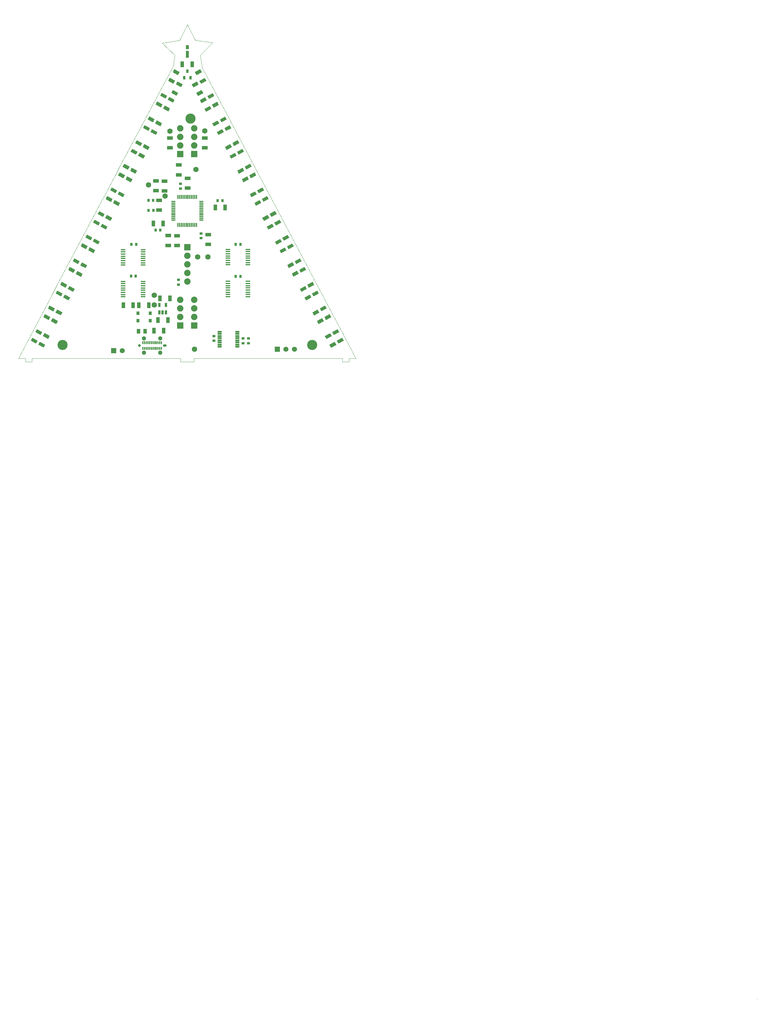
<source format=gts>
%TF.GenerationSoftware,KiCad,Pcbnew,(5.1.6-0-10_14)*%
%TF.CreationDate,2020-10-09T22:40:52+02:00*%
%TF.ProjectId,nowae029,6e6f7761-6530-4323-992e-6b696361645f,0*%
%TF.SameCoordinates,Original*%
%TF.FileFunction,Soldermask,Top*%
%TF.FilePolarity,Negative*%
%FSLAX46Y46*%
G04 Gerber Fmt 4.6, Leading zero omitted, Abs format (unit mm)*
G04 Created by KiCad (PCBNEW (5.1.6-0-10_14)) date 2020-10-09 22:40:52*
%MOMM*%
%LPD*%
G01*
G04 APERTURE LIST*
%TA.AperFunction,Profile*%
%ADD10C,0.050000*%
%TD*%
%TA.AperFunction,Profile*%
%ADD11C,0.200000*%
%TD*%
%ADD12C,3.000000*%
%ADD13C,0.100000*%
%ADD14R,1.250000X0.400000*%
%ADD15R,0.400000X1.250000*%
%ADD16R,0.700000X0.900000*%
%ADD17R,1.000000X1.800000*%
%ADD18R,1.800000X1.000000*%
%ADD19R,0.900000X0.700000*%
%ADD20R,0.900000X1.100000*%
%ADD21R,1.000000X1.400000*%
%ADD22R,0.400000X0.950000*%
%ADD23C,1.300000*%
%ADD24C,0.800000*%
%ADD25O,1.100000X0.700000*%
%ADD26R,1.350000X0.450000*%
%ADD27R,0.750000X1.160000*%
%ADD28R,1.300000X0.500000*%
%ADD29C,1.900000*%
%ADD30R,1.900000X1.900000*%
%ADD31C,1.500000*%
%ADD32R,1.500000X1.500000*%
%ADD33R,0.900000X1.300000*%
%ADD34R,0.900000X2.100000*%
%ADD35R,0.700000X1.100000*%
%ADD36C,1.600000*%
G04 APERTURE END LIST*
D10*
X95849877Y-42393418D02*
X96326817Y-39221785D01*
X107560690Y-35486081D02*
X103832837Y-39170169D01*
X102368975Y-34768100D02*
X107560690Y-35486081D01*
X96326817Y-39221785D02*
X92548651Y-35589313D01*
X92548651Y-35589313D02*
X97730000Y-34800000D01*
X95849877Y-42393418D02*
X94417635Y-45086053D01*
X94417635Y-45086053D02*
X92985389Y-47778769D01*
X92985389Y-47778769D02*
X91553138Y-50471647D01*
X91553138Y-50471647D02*
X90120876Y-53164768D01*
X90120876Y-53164768D02*
X88688601Y-55858214D01*
X88688601Y-55858214D02*
X87256309Y-58552065D01*
X87256309Y-58552065D02*
X85823997Y-61246402D01*
X85823997Y-61246402D02*
X84391662Y-63941307D01*
X84391662Y-63941307D02*
X82959301Y-66636860D01*
X82959301Y-66636860D02*
X81526909Y-69333143D01*
X81526909Y-69333143D02*
X80094484Y-72030236D01*
X80094484Y-72030236D02*
X78662023Y-74728221D01*
X78662023Y-74728221D02*
X77229522Y-77427179D01*
X77229522Y-77427179D02*
X75796977Y-80127190D01*
X75796977Y-80127190D02*
X74364387Y-82828336D01*
X74364387Y-82828336D02*
X72931746Y-85530699D01*
X72931746Y-85530699D02*
X71499052Y-88234358D01*
X71499052Y-88234358D02*
X70066301Y-90939395D01*
X70066301Y-90939395D02*
X68633491Y-93645891D01*
X68633491Y-93645891D02*
X67200617Y-96353928D01*
X67200617Y-96353928D02*
X65767678Y-99063585D01*
X65767678Y-99063585D02*
X64334668Y-101774945D01*
X64334668Y-101774945D02*
X62901585Y-104488088D01*
X62901585Y-104488088D02*
X61468426Y-107203095D01*
X61468426Y-107203095D02*
X60035186Y-109920048D01*
X60035186Y-109920048D02*
X58601864Y-112639028D01*
X58601864Y-112639028D02*
X57168456Y-115360115D01*
X57168456Y-115360115D02*
X55734957Y-118083390D01*
X55734957Y-118083390D02*
X54301366Y-120808935D01*
X54301366Y-120808935D02*
X52867678Y-123536831D01*
X52867678Y-123536831D02*
X51433890Y-126267159D01*
X51433890Y-126267159D02*
X50000000Y-129000000D01*
X103832837Y-39170169D02*
X104449243Y-42890699D01*
X100017169Y-30084255D02*
X102368975Y-34768100D01*
X104449243Y-42890699D02*
X150000000Y-129000000D01*
X97730000Y-34800000D02*
X100017169Y-30084255D01*
X148000000Y-129000000D02*
X150000000Y-129000000D01*
X148000000Y-130000000D02*
X148000000Y-129000000D01*
X146000000Y-130000000D02*
X148000000Y-130000000D01*
X146000000Y-129000000D02*
X146000000Y-130000000D01*
X102000000Y-129000000D02*
X146000000Y-129000000D01*
X102000000Y-130000000D02*
X102000000Y-129000000D01*
X98000000Y-130000000D02*
X102000000Y-130000000D01*
X98000000Y-129000000D02*
X98000000Y-130000000D01*
X54000000Y-129000000D02*
X98000000Y-129000000D01*
X54000000Y-130000000D02*
X54000000Y-129000000D01*
X52000000Y-130000000D02*
X54000000Y-130000000D01*
X52000000Y-129000000D02*
X52000000Y-130000000D01*
X50000000Y-129000000D02*
X52000000Y-129000000D01*
D11*
X268944859Y-318881889D02*
X268944859Y-318881889D01*
D12*
%TO.C,VAL\u002A\u002A*%
X101000000Y-58000000D03*
%TD*%
%TO.C,VAL\u002A\u002A*%
X63000000Y-125000000D03*
%TD*%
%TO.C,VAL\u002A\u002A*%
X137000000Y-125000000D03*
%TD*%
D13*
%TO.C,DL605*%
G36*
X87380083Y-59906002D02*
G01*
X88969389Y-60751051D01*
X88499917Y-61633998D01*
X86910611Y-60788949D01*
X87380083Y-59906002D01*
G37*
G36*
X88741551Y-57345454D02*
G01*
X90330857Y-58190503D01*
X89861385Y-59073450D01*
X88272079Y-58228401D01*
X88741551Y-57345454D01*
G37*
%TD*%
%TO.C,R313*%
G36*
X122239877Y-87400777D02*
G01*
X123829183Y-86555728D01*
X124298655Y-87438675D01*
X122709349Y-88283724D01*
X122239877Y-87400777D01*
G37*
G36*
X123601345Y-89961325D02*
G01*
X125190651Y-89116276D01*
X125660123Y-89999223D01*
X124070817Y-90844272D01*
X123601345Y-89961325D01*
G37*
%TD*%
D14*
%TO.C,U201*%
X95850000Y-82550000D03*
X95850000Y-83050000D03*
X95850000Y-83550000D03*
X95850000Y-84050000D03*
X95850000Y-84550000D03*
X95850000Y-85050000D03*
X95850000Y-85550000D03*
X95850000Y-86050000D03*
X95850000Y-86550000D03*
X95850000Y-87050000D03*
X95850000Y-87550000D03*
X95850000Y-88050000D03*
D15*
X97250000Y-89450000D03*
X97750000Y-89450000D03*
X98250000Y-89450000D03*
X98750000Y-89450000D03*
X99250000Y-89450000D03*
X99750000Y-89450000D03*
X100250000Y-89450000D03*
X100750000Y-89450000D03*
X101250000Y-89450000D03*
X101750000Y-89450000D03*
X102250000Y-89450000D03*
X102750000Y-89450000D03*
D14*
X104150000Y-88050000D03*
X104150000Y-87550000D03*
X104150000Y-87050000D03*
X104150000Y-86550000D03*
X104150000Y-86050000D03*
X104150000Y-85550000D03*
X104150000Y-85050000D03*
X104150000Y-84550000D03*
X104150000Y-84050000D03*
X104150000Y-83550000D03*
X104150000Y-83050000D03*
X104150000Y-82550000D03*
D15*
X102750000Y-81150000D03*
X102250000Y-81150000D03*
X101750000Y-81150000D03*
X101250000Y-81150000D03*
X100750000Y-81150000D03*
X100250000Y-81150000D03*
X99750000Y-81150000D03*
X99250000Y-81150000D03*
X98750000Y-81150000D03*
X98250000Y-81150000D03*
X97750000Y-81150000D03*
X97250000Y-81150000D03*
%TD*%
D16*
%TO.C,C201*%
X110450000Y-82300000D03*
X109050000Y-82300000D03*
%TD*%
%TO.C,C202*%
X89910000Y-82190000D03*
X88510000Y-82190000D03*
%TD*%
%TO.C,C203*%
X88530000Y-85120000D03*
X89930000Y-85120000D03*
%TD*%
D17*
%TO.C,C204*%
X111200000Y-84300000D03*
X108300000Y-84300000D03*
%TD*%
D16*
%TO.C,C205*%
X92030000Y-91030000D03*
X90630000Y-91030000D03*
%TD*%
D17*
%TO.C,C206*%
X89980000Y-89030000D03*
X92880000Y-89030000D03*
%TD*%
D18*
%TO.C,C207*%
X100120000Y-78550000D03*
X100120000Y-75650000D03*
%TD*%
D19*
%TO.C,C208*%
X98020000Y-77300000D03*
X98020000Y-78700000D03*
%TD*%
D18*
%TO.C,C209*%
X106200000Y-92350000D03*
X106200000Y-95250000D03*
%TD*%
D19*
%TO.C,C210*%
X104100000Y-93400000D03*
X104100000Y-92000000D03*
%TD*%
%TO.C,C211*%
X97430000Y-105760000D03*
X97430000Y-107160000D03*
%TD*%
D16*
%TO.C,C301*%
X115750000Y-95250000D03*
X114350000Y-95250000D03*
%TD*%
%TO.C,C302*%
X114350000Y-104750000D03*
X115750000Y-104750000D03*
%TD*%
D17*
%TO.C,C401*%
X91350000Y-117700000D03*
X94250000Y-117700000D03*
%TD*%
%TO.C,C402*%
X91950000Y-111200000D03*
X94850000Y-111200000D03*
%TD*%
%TO.C,C501*%
X93050000Y-120800000D03*
X90150000Y-120800000D03*
%TD*%
D19*
%TO.C,C502*%
X107930000Y-123790000D03*
X107930000Y-122390000D03*
%TD*%
%TO.C,C503*%
X116570000Y-124490000D03*
X116570000Y-123090000D03*
%TD*%
%TO.C,C504*%
X118170000Y-123090000D03*
X118170000Y-124490000D03*
%TD*%
D16*
%TO.C,C601*%
X83460000Y-95210000D03*
X84860000Y-95210000D03*
%TD*%
%TO.C,C602*%
X84730000Y-104620000D03*
X83330000Y-104620000D03*
%TD*%
D20*
%TO.C,D401*%
X85400000Y-117800000D03*
X89000000Y-117800000D03*
%TD*%
%TO.C,D402*%
X89000000Y-115600000D03*
X85400000Y-115600000D03*
%TD*%
D21*
%TO.C,D501*%
X85600000Y-121000000D03*
X87500000Y-121000000D03*
%TD*%
D13*
%TO.C,DL301*%
G36*
X103620611Y-46781051D02*
G01*
X105209917Y-45936002D01*
X105679389Y-46818949D01*
X104090083Y-47663998D01*
X103620611Y-46781051D01*
G37*
G36*
X102259143Y-44220503D02*
G01*
X103848449Y-43375454D01*
X104317921Y-44258401D01*
X102728615Y-45103450D01*
X102259143Y-44220503D01*
G37*
%TD*%
%TO.C,DL303*%
G36*
X107332079Y-53841599D02*
G01*
X108921385Y-52996550D01*
X109390857Y-53879497D01*
X107801551Y-54724546D01*
X107332079Y-53841599D01*
G37*
G36*
X105970611Y-51281051D02*
G01*
X107559917Y-50436002D01*
X108029389Y-51318949D01*
X106440083Y-52163998D01*
X105970611Y-51281051D01*
G37*
%TD*%
%TO.C,DL305*%
G36*
X111020611Y-60781051D02*
G01*
X112609917Y-59936002D01*
X113079389Y-60818949D01*
X111490083Y-61663998D01*
X111020611Y-60781051D01*
G37*
G36*
X109659143Y-58220503D02*
G01*
X111248449Y-57375454D01*
X111717921Y-58258401D01*
X110128615Y-59103450D01*
X109659143Y-58220503D01*
G37*
%TD*%
%TO.C,DL307*%
G36*
X114751345Y-67761325D02*
G01*
X116340651Y-66916276D01*
X116810123Y-67799223D01*
X115220817Y-68644272D01*
X114751345Y-67761325D01*
G37*
G36*
X113389877Y-65200777D02*
G01*
X114979183Y-64355728D01*
X115448655Y-65238675D01*
X113859349Y-66083724D01*
X113389877Y-65200777D01*
G37*
%TD*%
%TO.C,DL309*%
G36*
X118401345Y-74761325D02*
G01*
X119990651Y-73916276D01*
X120460123Y-74799223D01*
X118870817Y-75644272D01*
X118401345Y-74761325D01*
G37*
G36*
X117039877Y-72200777D02*
G01*
X118629183Y-71355728D01*
X119098655Y-72238675D01*
X117509349Y-73083724D01*
X117039877Y-72200777D01*
G37*
%TD*%
%TO.C,DL311*%
G36*
X122101345Y-81761325D02*
G01*
X123690651Y-80916276D01*
X124160123Y-81799223D01*
X122570817Y-82644272D01*
X122101345Y-81761325D01*
G37*
G36*
X120739877Y-79200777D02*
G01*
X122329183Y-78355728D01*
X122798655Y-79238675D01*
X121209349Y-80083724D01*
X120739877Y-79200777D01*
G37*
%TD*%
%TO.C,DL313*%
G36*
X125801345Y-88761325D02*
G01*
X127390651Y-87916276D01*
X127860123Y-88799223D01*
X126270817Y-89644272D01*
X125801345Y-88761325D01*
G37*
G36*
X124439877Y-86200777D02*
G01*
X126029183Y-85355728D01*
X126498655Y-86238675D01*
X124909349Y-87083724D01*
X124439877Y-86200777D01*
G37*
%TD*%
%TO.C,DL315*%
G36*
X129551345Y-95811325D02*
G01*
X131140651Y-94966276D01*
X131610123Y-95849223D01*
X130020817Y-96694272D01*
X129551345Y-95811325D01*
G37*
G36*
X128189877Y-93250777D02*
G01*
X129779183Y-92405728D01*
X130248655Y-93288675D01*
X128659349Y-94133724D01*
X128189877Y-93250777D01*
G37*
%TD*%
%TO.C,DL317*%
G36*
X133201345Y-102761325D02*
G01*
X134790651Y-101916276D01*
X135260123Y-102799223D01*
X133670817Y-103644272D01*
X133201345Y-102761325D01*
G37*
G36*
X131839877Y-100200777D02*
G01*
X133429183Y-99355728D01*
X133898655Y-100238675D01*
X132309349Y-101083724D01*
X131839877Y-100200777D01*
G37*
%TD*%
%TO.C,DL319*%
G36*
X136951345Y-109761325D02*
G01*
X138540651Y-108916276D01*
X139010123Y-109799223D01*
X137420817Y-110644272D01*
X136951345Y-109761325D01*
G37*
G36*
X135589877Y-107200777D02*
G01*
X137179183Y-106355728D01*
X137648655Y-107238675D01*
X136059349Y-108083724D01*
X135589877Y-107200777D01*
G37*
%TD*%
%TO.C,DL321*%
G36*
X140651345Y-116761325D02*
G01*
X142240651Y-115916276D01*
X142710123Y-116799223D01*
X141120817Y-117644272D01*
X140651345Y-116761325D01*
G37*
G36*
X139289877Y-114200777D02*
G01*
X140879183Y-113355728D01*
X141348655Y-114238675D01*
X139759349Y-115083724D01*
X139289877Y-114200777D01*
G37*
%TD*%
%TO.C,DL323*%
G36*
X144351345Y-123761325D02*
G01*
X145940651Y-122916276D01*
X146410123Y-123799223D01*
X144820817Y-124644272D01*
X144351345Y-123761325D01*
G37*
G36*
X142989877Y-121200777D02*
G01*
X144579183Y-120355728D01*
X145048655Y-121238675D01*
X143459349Y-122083724D01*
X142989877Y-121200777D01*
G37*
%TD*%
%TO.C,DL601*%
G36*
X94799349Y-45916276D02*
G01*
X96388655Y-46761325D01*
X95919183Y-47644272D01*
X94329877Y-46799223D01*
X94799349Y-45916276D01*
G37*
G36*
X96160817Y-43355728D02*
G01*
X97750123Y-44200777D01*
X97280651Y-45083724D01*
X95691345Y-44238675D01*
X96160817Y-43355728D01*
G37*
%TD*%
%TO.C,DL603*%
G36*
X91099349Y-52926276D02*
G01*
X92688655Y-53771325D01*
X92219183Y-54654272D01*
X90629877Y-53809223D01*
X91099349Y-52926276D01*
G37*
G36*
X92460817Y-50365728D02*
G01*
X94050123Y-51210777D01*
X93580651Y-52093724D01*
X91991345Y-51248675D01*
X92460817Y-50365728D01*
G37*
%TD*%
%TO.C,DL607*%
G36*
X83689349Y-66936276D02*
G01*
X85278655Y-67781325D01*
X84809183Y-68664272D01*
X83219877Y-67819223D01*
X83689349Y-66936276D01*
G37*
G36*
X85050817Y-64375728D02*
G01*
X86640123Y-65220777D01*
X86170651Y-66103724D01*
X84581345Y-65258675D01*
X85050817Y-64375728D01*
G37*
%TD*%
%TO.C,DL609*%
G36*
X79969349Y-73936276D02*
G01*
X81558655Y-74781325D01*
X81089183Y-75664272D01*
X79499877Y-74819223D01*
X79969349Y-73936276D01*
G37*
G36*
X81330817Y-71375728D02*
G01*
X82920123Y-72220777D01*
X82450651Y-73103724D01*
X80861345Y-72258675D01*
X81330817Y-71375728D01*
G37*
%TD*%
%TO.C,DL611*%
G36*
X76274349Y-80942013D02*
G01*
X77863655Y-81787062D01*
X77394183Y-82670009D01*
X75804877Y-81824960D01*
X76274349Y-80942013D01*
G37*
G36*
X77635817Y-78381465D02*
G01*
X79225123Y-79226514D01*
X78755651Y-80109461D01*
X77166345Y-79264412D01*
X77635817Y-78381465D01*
G37*
%TD*%
%TO.C,DL613*%
G36*
X72559349Y-87936276D02*
G01*
X74148655Y-88781325D01*
X73679183Y-89664272D01*
X72089877Y-88819223D01*
X72559349Y-87936276D01*
G37*
G36*
X73920817Y-85375728D02*
G01*
X75510123Y-86220777D01*
X75040651Y-87103724D01*
X73451345Y-86258675D01*
X73920817Y-85375728D01*
G37*
%TD*%
%TO.C,DL615*%
G36*
X68899349Y-94916276D02*
G01*
X70488655Y-95761325D01*
X70019183Y-96644272D01*
X68429877Y-95799223D01*
X68899349Y-94916276D01*
G37*
G36*
X70260817Y-92355728D02*
G01*
X71850123Y-93200777D01*
X71380651Y-94083724D01*
X69791345Y-93238675D01*
X70260817Y-92355728D01*
G37*
%TD*%
%TO.C,DL617*%
G36*
X65169349Y-101936276D02*
G01*
X66758655Y-102781325D01*
X66289183Y-103664272D01*
X64699877Y-102819223D01*
X65169349Y-101936276D01*
G37*
G36*
X66530817Y-99375728D02*
G01*
X68120123Y-100220777D01*
X67650651Y-101103724D01*
X66061345Y-100258675D01*
X66530817Y-99375728D01*
G37*
%TD*%
%TO.C,DL619*%
G36*
X61459349Y-108926276D02*
G01*
X63048655Y-109771325D01*
X62579183Y-110654272D01*
X60989877Y-109809223D01*
X61459349Y-108926276D01*
G37*
G36*
X62820817Y-106365728D02*
G01*
X64410123Y-107210777D01*
X63940651Y-108093724D01*
X62351345Y-107248675D01*
X62820817Y-106365728D01*
G37*
%TD*%
%TO.C,DL621*%
G36*
X57819349Y-115926276D02*
G01*
X59408655Y-116771325D01*
X58939183Y-117654272D01*
X57349877Y-116809223D01*
X57819349Y-115926276D01*
G37*
G36*
X59180817Y-113365728D02*
G01*
X60770123Y-114210777D01*
X60300651Y-115093724D01*
X58711345Y-114248675D01*
X59180817Y-113365728D01*
G37*
%TD*%
%TO.C,DL623*%
G36*
X54079349Y-122906276D02*
G01*
X55668655Y-123751325D01*
X55199183Y-124634272D01*
X53609877Y-123789223D01*
X54079349Y-122906276D01*
G37*
G36*
X55440817Y-120345728D02*
G01*
X57030123Y-121190777D01*
X56560651Y-122073724D01*
X54971345Y-121228675D01*
X55440817Y-120345728D01*
G37*
%TD*%
D22*
%TO.C,P501*%
X86850000Y-124370000D03*
X87350000Y-124370000D03*
X87850000Y-124370000D03*
X88350000Y-124370000D03*
X88850000Y-124370000D03*
X89350000Y-124370000D03*
X89850000Y-124370000D03*
X90350000Y-124370000D03*
X90850000Y-124370000D03*
X91350000Y-124370000D03*
X91850000Y-124370000D03*
X92350000Y-124370000D03*
X86850000Y-126030000D03*
X87350000Y-126030000D03*
X87850000Y-126030000D03*
X88350000Y-126030000D03*
X88850000Y-126030000D03*
X89350000Y-126030000D03*
X89850000Y-126030000D03*
X90350000Y-126030000D03*
X90850000Y-126030000D03*
X91350000Y-126030000D03*
X91850000Y-126030000D03*
X92350000Y-126030000D03*
D23*
X87200000Y-123050000D03*
X87200000Y-127350000D03*
X92000000Y-127350000D03*
X92000000Y-123050000D03*
D24*
X85850000Y-125200000D03*
D25*
X93350000Y-125200000D03*
%TD*%
D18*
%TO.C,R201*%
X90750000Y-79340000D03*
X90750000Y-76440000D03*
%TD*%
%TO.C,R202*%
X94900000Y-63750000D03*
X94900000Y-66650000D03*
%TD*%
%TO.C,R203*%
X93250000Y-76490000D03*
X93250000Y-79390000D03*
%TD*%
%TO.C,R204*%
X105200000Y-66650000D03*
X105200000Y-63750000D03*
%TD*%
%TO.C,R205*%
X94400000Y-92650000D03*
X94400000Y-95550000D03*
%TD*%
%TO.C,R206*%
X97000000Y-95600000D03*
X97000000Y-92700000D03*
%TD*%
D13*
%TO.C,R301*%
G36*
X101320611Y-47831051D02*
G01*
X102909917Y-46986002D01*
X103379389Y-47868949D01*
X101790083Y-48713998D01*
X101320611Y-47831051D01*
G37*
G36*
X102682079Y-50391599D02*
G01*
X104271385Y-49546550D01*
X104740857Y-50429497D01*
X103151551Y-51274546D01*
X102682079Y-50391599D01*
G37*
%TD*%
%TO.C,R303*%
G36*
X103739877Y-52500777D02*
G01*
X105329183Y-51655728D01*
X105798655Y-52538675D01*
X104209349Y-53383724D01*
X103739877Y-52500777D01*
G37*
G36*
X105101345Y-55061325D02*
G01*
X106690651Y-54216276D01*
X107160123Y-55099223D01*
X105570817Y-55944272D01*
X105101345Y-55061325D01*
G37*
%TD*%
%TO.C,R305*%
G36*
X107439877Y-59400777D02*
G01*
X109029183Y-58555728D01*
X109498655Y-59438675D01*
X107909349Y-60283724D01*
X107439877Y-59400777D01*
G37*
G36*
X108801345Y-61961325D02*
G01*
X110390651Y-61116276D01*
X110860123Y-61999223D01*
X109270817Y-62844272D01*
X108801345Y-61961325D01*
G37*
%TD*%
%TO.C,R307*%
G36*
X111189877Y-66400777D02*
G01*
X112779183Y-65555728D01*
X113248655Y-66438675D01*
X111659349Y-67283724D01*
X111189877Y-66400777D01*
G37*
G36*
X112551345Y-68961325D02*
G01*
X114140651Y-68116276D01*
X114610123Y-68999223D01*
X113020817Y-69844272D01*
X112551345Y-68961325D01*
G37*
%TD*%
%TO.C,R309*%
G36*
X114839877Y-73400777D02*
G01*
X116429183Y-72555728D01*
X116898655Y-73438675D01*
X115309349Y-74283724D01*
X114839877Y-73400777D01*
G37*
G36*
X116201345Y-75961325D02*
G01*
X117790651Y-75116276D01*
X118260123Y-75999223D01*
X116670817Y-76844272D01*
X116201345Y-75961325D01*
G37*
%TD*%
%TO.C,R311*%
G36*
X118545614Y-80375777D02*
G01*
X120134920Y-79530728D01*
X120604392Y-80413675D01*
X119015086Y-81258724D01*
X118545614Y-80375777D01*
G37*
G36*
X119907082Y-82936325D02*
G01*
X121496388Y-82091276D01*
X121965860Y-82974223D01*
X120376554Y-83819272D01*
X119907082Y-82936325D01*
G37*
%TD*%
%TO.C,R315*%
G36*
X125989877Y-94450777D02*
G01*
X127579183Y-93605728D01*
X128048655Y-94488675D01*
X126459349Y-95333724D01*
X125989877Y-94450777D01*
G37*
G36*
X127351345Y-97011325D02*
G01*
X128940651Y-96166276D01*
X129410123Y-97049223D01*
X127820817Y-97894272D01*
X127351345Y-97011325D01*
G37*
%TD*%
%TO.C,R317*%
G36*
X129639877Y-101350777D02*
G01*
X131229183Y-100505728D01*
X131698655Y-101388675D01*
X130109349Y-102233724D01*
X129639877Y-101350777D01*
G37*
G36*
X131001345Y-103911325D02*
G01*
X132590651Y-103066276D01*
X133060123Y-103949223D01*
X131470817Y-104794272D01*
X131001345Y-103911325D01*
G37*
%TD*%
%TO.C,R319*%
G36*
X133389877Y-108400777D02*
G01*
X134979183Y-107555728D01*
X135448655Y-108438675D01*
X133859349Y-109283724D01*
X133389877Y-108400777D01*
G37*
G36*
X134751345Y-110961325D02*
G01*
X136340651Y-110116276D01*
X136810123Y-110999223D01*
X135220817Y-111844272D01*
X134751345Y-110961325D01*
G37*
%TD*%
%TO.C,R321*%
G36*
X137089877Y-115400777D02*
G01*
X138679183Y-114555728D01*
X139148655Y-115438675D01*
X137559349Y-116283724D01*
X137089877Y-115400777D01*
G37*
G36*
X138451345Y-117961325D02*
G01*
X140040651Y-117116276D01*
X140510123Y-117999223D01*
X138920817Y-118844272D01*
X138451345Y-117961325D01*
G37*
%TD*%
%TO.C,R323*%
G36*
X140789877Y-122400777D02*
G01*
X142379183Y-121555728D01*
X142848655Y-122438675D01*
X141259349Y-123283724D01*
X140789877Y-122400777D01*
G37*
G36*
X142151345Y-124961325D02*
G01*
X143740651Y-124116276D01*
X144210123Y-124999223D01*
X142620817Y-125844272D01*
X142151345Y-124961325D01*
G37*
%TD*%
D17*
%TO.C,R401*%
X85680000Y-113230000D03*
X88580000Y-113230000D03*
%TD*%
%TO.C,R402*%
X83940000Y-113250000D03*
X81040000Y-113250000D03*
%TD*%
D13*
%TO.C,R601*%
G36*
X97090817Y-46955728D02*
G01*
X98680123Y-47800777D01*
X98210651Y-48683724D01*
X96621345Y-47838675D01*
X97090817Y-46955728D01*
G37*
G36*
X95729349Y-49516276D02*
G01*
X97318655Y-50361325D01*
X96849183Y-51244272D01*
X95259877Y-50399223D01*
X95729349Y-49516276D01*
G37*
%TD*%
%TO.C,R603*%
G36*
X94680817Y-51545728D02*
G01*
X96270123Y-52390777D01*
X95800651Y-53273724D01*
X94211345Y-52428675D01*
X94680817Y-51545728D01*
G37*
G36*
X93319349Y-54106276D02*
G01*
X94908655Y-54951325D01*
X94439183Y-55834272D01*
X92849877Y-54989223D01*
X93319349Y-54106276D01*
G37*
%TD*%
%TO.C,R605*%
G36*
X90940817Y-58515728D02*
G01*
X92530123Y-59360777D01*
X92060651Y-60243724D01*
X90471345Y-59398675D01*
X90940817Y-58515728D01*
G37*
G36*
X89579349Y-61076276D02*
G01*
X91168655Y-61921325D01*
X90699183Y-62804272D01*
X89109877Y-61959223D01*
X89579349Y-61076276D01*
G37*
%TD*%
%TO.C,R607*%
G36*
X87260817Y-65535728D02*
G01*
X88850123Y-66380777D01*
X88380651Y-67263724D01*
X86791345Y-66418675D01*
X87260817Y-65535728D01*
G37*
G36*
X85899349Y-68096276D02*
G01*
X87488655Y-68941325D01*
X87019183Y-69824272D01*
X85429877Y-68979223D01*
X85899349Y-68096276D01*
G37*
%TD*%
%TO.C,R609*%
G36*
X83545080Y-72560728D02*
G01*
X85134386Y-73405777D01*
X84664914Y-74288724D01*
X83075608Y-73443675D01*
X83545080Y-72560728D01*
G37*
G36*
X82183612Y-75121276D02*
G01*
X83772918Y-75966325D01*
X83303446Y-76849272D01*
X81714140Y-76004223D01*
X82183612Y-75121276D01*
G37*
%TD*%
%TO.C,R611*%
G36*
X79850817Y-79565728D02*
G01*
X81440123Y-80410777D01*
X80970651Y-81293724D01*
X79381345Y-80448675D01*
X79850817Y-79565728D01*
G37*
G36*
X78489349Y-82126276D02*
G01*
X80078655Y-82971325D01*
X79609183Y-83854272D01*
X78019877Y-83009223D01*
X78489349Y-82126276D01*
G37*
%TD*%
%TO.C,R613*%
G36*
X76140817Y-86545728D02*
G01*
X77730123Y-87390777D01*
X77260651Y-88273724D01*
X75671345Y-87428675D01*
X76140817Y-86545728D01*
G37*
G36*
X74779349Y-89106276D02*
G01*
X76368655Y-89951325D01*
X75899183Y-90834272D01*
X74309877Y-89989223D01*
X74779349Y-89106276D01*
G37*
%TD*%
%TO.C,R615*%
G36*
X72476554Y-93540728D02*
G01*
X74065860Y-94385777D01*
X73596388Y-95268724D01*
X72007082Y-94423675D01*
X72476554Y-93540728D01*
G37*
G36*
X71115086Y-96101276D02*
G01*
X72704392Y-96946325D01*
X72234920Y-97829272D01*
X70645614Y-96984223D01*
X71115086Y-96101276D01*
G37*
%TD*%
%TO.C,R617*%
G36*
X68770817Y-100575728D02*
G01*
X70360123Y-101420777D01*
X69890651Y-102303724D01*
X68301345Y-101458675D01*
X68770817Y-100575728D01*
G37*
G36*
X67409349Y-103136276D02*
G01*
X68998655Y-103981325D01*
X68529183Y-104864272D01*
X66939877Y-104019223D01*
X67409349Y-103136276D01*
G37*
%TD*%
%TO.C,R619*%
G36*
X65075080Y-107560728D02*
G01*
X66664386Y-108405777D01*
X66194914Y-109288724D01*
X64605608Y-108443675D01*
X65075080Y-107560728D01*
G37*
G36*
X63713612Y-110121276D02*
G01*
X65302918Y-110966325D01*
X64833446Y-111849272D01*
X63244140Y-111004223D01*
X63713612Y-110121276D01*
G37*
%TD*%
%TO.C,R621*%
G36*
X61420817Y-114545728D02*
G01*
X63010123Y-115390777D01*
X62540651Y-116273724D01*
X60951345Y-115428675D01*
X61420817Y-114545728D01*
G37*
G36*
X60059349Y-117106276D02*
G01*
X61648655Y-117951325D01*
X61179183Y-118834272D01*
X59589877Y-117989223D01*
X60059349Y-117106276D01*
G37*
%TD*%
%TO.C,R623*%
G36*
X57670083Y-121516002D02*
G01*
X59259389Y-122361051D01*
X58789917Y-123243998D01*
X57200611Y-122398949D01*
X57670083Y-121516002D01*
G37*
G36*
X56308615Y-124076550D02*
G01*
X57897921Y-124921599D01*
X57428449Y-125804546D01*
X55839143Y-124959497D01*
X56308615Y-124076550D01*
G37*
%TD*%
D26*
%TO.C,U301*%
X112100000Y-96725000D03*
X112100000Y-97375000D03*
X112100000Y-98025000D03*
X112100000Y-98675000D03*
X112100000Y-99325000D03*
X112100000Y-99975000D03*
X112100000Y-100625000D03*
X118000000Y-100625000D03*
X118000000Y-99975000D03*
X118000000Y-99325000D03*
X118000000Y-98675000D03*
X118000000Y-98025000D03*
X118000000Y-97375000D03*
X118000000Y-96725000D03*
X112100000Y-101275000D03*
X118000000Y-101275000D03*
%TD*%
%TO.C,U302*%
X112100000Y-106175000D03*
X112100000Y-106825000D03*
X112100000Y-107475000D03*
X112100000Y-108125000D03*
X112100000Y-108775000D03*
X112100000Y-109425000D03*
X112100000Y-110075000D03*
X118000000Y-110075000D03*
X118000000Y-109425000D03*
X118000000Y-108775000D03*
X118000000Y-108125000D03*
X118000000Y-107475000D03*
X118000000Y-106825000D03*
X118000000Y-106175000D03*
X112100000Y-110725000D03*
X118000000Y-110725000D03*
%TD*%
D27*
%TO.C,U401*%
X91750000Y-115400000D03*
X92700000Y-115400000D03*
X93650000Y-115400000D03*
X93650000Y-113200000D03*
X91750000Y-113200000D03*
%TD*%
D28*
%TO.C,U501*%
X109630000Y-121137500D03*
X109630000Y-121772500D03*
X109630000Y-122407500D03*
X109630000Y-123042500D03*
X109630000Y-123677500D03*
X109630000Y-124312500D03*
X109630000Y-124947500D03*
X109630000Y-125582500D03*
X114830000Y-125582500D03*
X114830000Y-124947500D03*
X114830000Y-124312500D03*
X114830000Y-123677500D03*
X114830000Y-123042500D03*
X114830000Y-122407500D03*
X114830000Y-121772500D03*
X114830000Y-121137500D03*
%TD*%
D26*
%TO.C,U601*%
X86890000Y-101355000D03*
X80990000Y-101355000D03*
X86890000Y-96805000D03*
X86890000Y-97455000D03*
X86890000Y-98105000D03*
X86890000Y-98755000D03*
X86890000Y-99405000D03*
X86890000Y-100055000D03*
X86890000Y-100705000D03*
X80990000Y-100705000D03*
X80990000Y-100055000D03*
X80990000Y-99405000D03*
X80990000Y-98755000D03*
X80990000Y-98105000D03*
X80990000Y-97455000D03*
X80990000Y-96805000D03*
%TD*%
%TO.C,U602*%
X80980000Y-106220000D03*
X80980000Y-106870000D03*
X80980000Y-107520000D03*
X80980000Y-108170000D03*
X80980000Y-108820000D03*
X80980000Y-109470000D03*
X80980000Y-110120000D03*
X86880000Y-110120000D03*
X86880000Y-109470000D03*
X86880000Y-108820000D03*
X86880000Y-108170000D03*
X86880000Y-107520000D03*
X86880000Y-106870000D03*
X86880000Y-106220000D03*
X80980000Y-110770000D03*
X86880000Y-110770000D03*
%TD*%
D29*
%TO.C,P101*%
X97900000Y-65970000D03*
X97900000Y-63430000D03*
D30*
X97900000Y-68510000D03*
D29*
X97900000Y-60890000D03*
%TD*%
%TO.C,P102*%
X102100000Y-116770000D03*
X102100000Y-114230000D03*
D30*
X102100000Y-119310000D03*
D29*
X102100000Y-111690000D03*
%TD*%
%TO.C,P103*%
X102100000Y-60890000D03*
D30*
X102100000Y-68510000D03*
D29*
X102100000Y-63430000D03*
X102100000Y-65970000D03*
%TD*%
%TO.C,P104*%
X97900000Y-111690000D03*
D30*
X97900000Y-119310000D03*
D29*
X97900000Y-114230000D03*
X97900000Y-116770000D03*
%TD*%
D31*
%TO.C,P401*%
X80770000Y-126700000D03*
D32*
X78230000Y-126700000D03*
%TD*%
D29*
%TO.C,P201*%
X100000000Y-98660000D03*
X100000000Y-101200000D03*
D30*
X100000000Y-96120000D03*
D29*
X100000000Y-103740000D03*
X100000000Y-106280000D03*
%TD*%
D18*
%TO.C,Y201*%
X91680000Y-82210000D03*
X91680000Y-85110000D03*
%TD*%
D33*
%TO.C,DL701*%
X100010000Y-36820000D03*
D34*
X100010000Y-38970000D03*
%TD*%
D35*
%TO.C,Q701*%
X99070000Y-45890000D03*
X100970000Y-45890000D03*
X100020000Y-43890000D03*
%TD*%
D18*
%TO.C,R701*%
X97498000Y-74630000D03*
X97498000Y-71730000D03*
%TD*%
D17*
%TO.C,R702*%
X98540000Y-41900000D03*
X101440000Y-41900000D03*
%TD*%
D31*
%TO.C,P502*%
X129248000Y-126266000D03*
D32*
X126708000Y-126266000D03*
D31*
X131788000Y-126266000D03*
%TD*%
D36*
%TO.C,TP201*%
X88530000Y-77630000D03*
%TD*%
%TO.C,TP202*%
X93410000Y-80950000D03*
%TD*%
%TO.C,TP203*%
X94900000Y-61740000D03*
%TD*%
%TO.C,TP204*%
X105210000Y-61630000D03*
%TD*%
%TO.C,TP205*%
X102560000Y-73020000D03*
%TD*%
%TO.C,TP206*%
X106160000Y-98970000D03*
%TD*%
%TO.C,TP207*%
X103110000Y-98980000D03*
%TD*%
%TO.C,TP401*%
X90200000Y-113210000D03*
%TD*%
%TO.C,TP402*%
X90190000Y-110290000D03*
%TD*%
%TO.C,TP403*%
X102140000Y-126310000D03*
%TD*%
M02*

</source>
